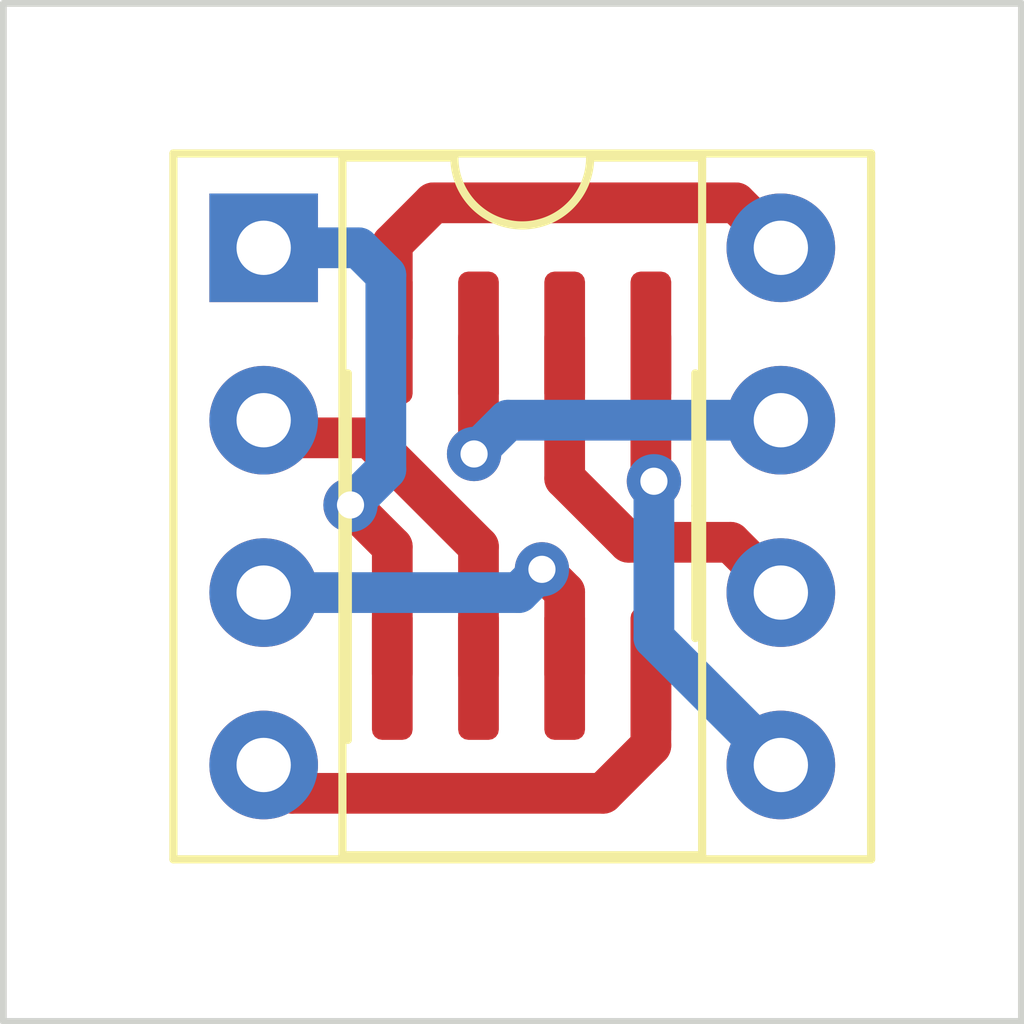
<source format=kicad_pcb>
(kicad_pcb (version 20221018) (generator pcbnew)
  (layers (0 "F.Cu" signal) (31 "B.Cu" signal) (34 "B.Paste" user) (35 "F.Paste" user) (36 "B.SilkS" user "B.Silkscreen") (37 "F.SilkS" user "F.Silkscreen") (38 "B.Mask" user) (39 "F.Mask" user) (44 "Edge.Cuts" user))
  (net 0 "")
  (net 1 "1")
  (net 2 "2")
  (net 3 "3")
  (net 4 "4")
  (net 5 "5")
  (net 6 "6")
  (net 7 "7")
  (net 8 "8")
  (footprint "Package_DIP:DIP-8_W7.62mm_Socket" (layer "F.Cu") (at 138.835 101.10125)
    (fp_text reference "U1" hide)
    (fp_text value "OPA2134" hide)
    (fp_line (start -1.33 -1.39) (end -1.33 9.01) (stroke (width 0.12)) (layer "F.SilkS"))
    (fp_line (start -1.33 9.01) (end 8.95 9.01) (stroke (width 0.12)) (layer "F.SilkS"))
    (fp_line (start 1.16 -1.33) (end 1.16 8.95) (stroke (width 0.12)) (layer "F.SilkS"))
    (fp_line (start 1.16 8.95) (end 6.46 8.95) (stroke (width 0.12)) (layer "F.SilkS"))
    (fp_line (start 2.81 -1.33) (end 1.16 -1.33) (stroke (width 0.12)) (layer "F.SilkS"))
    (fp_line (start 6.46 -1.33) (end 4.81 -1.33) (stroke (width 0.12)) (layer "F.SilkS"))
    (fp_line (start 6.46 8.95) (end 6.46 -1.33) (stroke (width 0.12)) (layer "F.SilkS"))
    (fp_line (start 8.95 -1.39) (end -1.33 -1.39) (stroke (width 0.12)) (layer "F.SilkS"))
    (fp_line (start 8.95 9.01) (end 8.95 -1.39) (stroke (width 0.12)) (layer "F.SilkS"))
    (fp_arc (start 4.81 -1.33) (mid 3.81 -0.33) (end 2.81 -1.33) (stroke (width 0.12)) (layer "F.SilkS"))
    (pad "1" thru_hole rect (at 0 0) (size 1.6 1.6) (drill 0.8) (layers "*.Cu" "*.Mask") (net 1 "1"))
    (pad "2" thru_hole oval (at 0 2.54) (size 1.6 1.6) (drill 0.8) (layers "*.Cu" "*.Mask") (net 2 "2"))
    (pad "3" thru_hole oval (at 0 5.08) (size 1.6 1.6) (drill 0.8) (layers "*.Cu" "*.Mask") (net 3 "3"))
    (pad "4" thru_hole oval (at 0 7.62) (size 1.6 1.6) (drill 0.8) (layers "*.Cu" "*.Mask") (net 4 "4"))
    (pad "5" thru_hole oval (at 7.62 7.62) (size 1.6 1.6) (drill 0.8) (layers "*.Cu" "*.Mask") (net 5 "5"))
    (pad "6" thru_hole oval (at 7.62 5.08) (size 1.6 1.6) (drill 0.8) (layers "*.Cu" "*.Mask") (net 6 "6"))
    (pad "7" thru_hole oval (at 7.62 2.54) (size 1.6 1.6) (drill 0.8) (layers "*.Cu" "*.Mask") (net 7 "7"))
    (pad "8" thru_hole oval (at 7.62 0) (size 1.6 1.6) (drill 0.8) (layers "*.Cu" "*.Mask") (net 8 "8"))
  )
  (footprint "Package_SO:SOIC-8_3.9x4.9mm_P1.27mm" (layer "F.Cu") (at 142.635 104.90125 90)
    (fp_text reference "U2" hide)
    (fp_text value "OPA2134")
    (fp_line (start 0 -2.56) (end -3.45 -2.56) (stroke (width 0.12)) (layer "F.SilkS"))
    (fp_line (start 0 -2.56) (end 1.95 -2.56) (stroke (width 0.12)) (layer "F.SilkS"))
    (fp_line (start 0 2.56) (end -1.95 2.56) (stroke (width 0.12)) (layer "F.SilkS"))
    (fp_line (start 0 2.56) (end 1.95 2.56) (stroke (width 0.12)) (layer "F.SilkS"))
    (pad "1" smd roundrect (at -2.475 -1.905 90) (size 1.95 0.6) (layers "F.Cu" "F.Paste" "F.Mask") (net 1 "1"))
    (pad "2" smd roundrect (at -2.475 -0.635 90) (size 1.95 0.6) (layers "F.Cu" "F.Paste" "F.Mask") (net 2 "2"))
    (pad "3" smd roundrect (at -2.475 0.635 90) (size 1.95 0.6) (layers "F.Cu" "F.Paste" "F.Mask") (net 3 "3"))
    (pad "4" smd roundrect (at -2.475 1.905 90) (size 1.95 0.6) (layers "F.Cu" "F.Paste" "F.Mask") (net 4 "4"))
    (pad "5" smd roundrect (at 2.475 1.905 90) (size 1.95 0.6) (layers "F.Cu" "F.Paste" "F.Mask") (net 5 "5"))
    (pad "6" smd roundrect (at 2.475 0.635 90) (size 1.95 0.6) (layers "F.Cu" "F.Paste" "F.Mask") (net 6 "6"))
    (pad "7" smd roundrect (at 2.475 -0.635 90) (size 1.95 0.6) (layers "F.Cu" "F.Paste" "F.Mask") (net 7 "7"))
    (pad "8" smd roundrect (at 2.475 -1.905 90) (size 1.95 0.6) (layers "F.Cu" "F.Paste" "F.Mask") (net 8 "8"))
  )
  (gr_line (start 135 97.5) (end 135 112.5) (stroke (width 0.1)) (layer "Edge.Cuts"))
  (gr_line (start 135 112.5) (end 150 112.5) (stroke (width 0.1)) (layer "Edge.Cuts"))
  (gr_line (start 150 112.5) (end 150 97.5) (stroke (width 0.1)) (layer "Edge.Cuts"))
  (gr_line (start 150 97.5) (end 135 97.5) (stroke (width 0.1)) (layer "Edge.Cuts"))
  (segment (start 140.73 107.37625) (end 140.73 105.505835) (width 0.6) (layer "F.Cu") (net 1))
  (segment (start 140.73 105.505835) (end 140.114443 104.890278) (width 0.6) (layer "F.Cu") (net 1))
  (via (at 140.114443 104.890278) (size 0.8) (drill 0.4) (layers "F.Cu" "B.Cu") (net 1))
  (segment (start 140.635 104.369721) (end 140.114443 104.890278) (width 0.6) (layer "B.Cu") (net 1))
  (segment (start 140.635 101.50125) (end 140.635 104.369721) (width 0.6) (layer "B.Cu") (net 1))
  (segment (start 138.835 101.10125) (end 140.235 101.10125) (width 0.6) (layer "B.Cu") (net 1))
  (segment (start 140.235 101.10125) (end 140.635 101.50125) (width 0.6) (layer "B.Cu") (net 1))
  (segment (start 139.095 103.90125) (end 138.835 103.64125) (width 0.6) (layer "F.Cu") (net 2))
  (segment (start 142 105.503749) (end 140.397501 103.90125) (width 0.6) (layer "F.Cu") (net 2))
  (segment (start 142 107.37625) (end 142 105.503749) (width 0.6) (layer "F.Cu") (net 2))
  (segment (start 140.397501 103.90125) (end 139.095 103.90125) (width 0.6) (layer "F.Cu") (net 2))
  (segment (start 143.27 106.173749) (end 142.935 105.838749) (width 0.6) (layer "F.Cu") (net 3))
  (segment (start 143.27 107.37625) (end 143.27 106.173749) (width 0.6) (layer "F.Cu") (net 3))
  (via (at 142.935 105.838749) (size 0.8) (drill 0.4) (layers "F.Cu" "B.Cu") (net 3))
  (segment (start 142.592499 106.18125) (end 138.835 106.18125) (width 0.6) (layer "B.Cu") (net 3))
  (segment (start 142.935 105.838749) (end 142.592499 106.18125) (width 0.6) (layer "B.Cu") (net 3))
  (segment (start 143.835 109.138749) (end 139.252499 109.138749) (width 0.6) (layer "F.Cu") (net 4))
  (segment (start 139.252499 109.138749) (end 138.835 108.72125) (width 0.6) (layer "F.Cu") (net 4))
  (segment (start 144.54 108.433749) (end 143.835 109.138749) (width 0.6) (layer "F.Cu") (net 4))
  (segment (start 144.54 107.37625) (end 144.54 108.433749) (width 0.6) (layer "F.Cu") (net 4))
  (segment (start 144.54 104.495816) (end 144.584934 104.54075) (width 0.6) (layer "F.Cu") (net 5))
  (segment (start 144.54 102.42625) (end 144.54 104.495816) (width 0.6) (layer "F.Cu") (net 5))
  (via (at 144.584934 104.54075) (size 0.8) (drill 0.4) (layers "F.Cu" "B.Cu") (net 5))
  (segment (start 146.455 108.72125) (end 144.584934 106.851184) (width 0.6) (layer "B.Cu") (net 5))
  (segment (start 144.584934 106.851184) (end 144.584934 104.54075) (width 0.6) (layer "B.Cu") (net 5))
  (segment (start 143.27 104.497902) (end 144.212348 105.44025) (width 0.6) (layer "F.Cu") (net 6))
  (segment (start 145.714 105.44025) (end 146.455 106.18125) (width 0.6) (layer "F.Cu") (net 6))
  (segment (start 144.212348 105.44025) (end 145.714 105.44025) (width 0.6) (layer "F.Cu") (net 6))
  (segment (start 143.27 102.42625) (end 143.27 104.497902) (width 0.6) (layer "F.Cu") (net 6))
  (segment (start 142 104.073749) (end 141.935 104.138749) (width 0.6) (layer "F.Cu") (net 7))
  (segment (start 142 102.42625) (end 142 104.073749) (width 0.6) (layer "F.Cu") (net 7))
  (via (at 141.935 104.138749) (size 0.8) (drill 0.4) (layers "F.Cu" "B.Cu") (net 7))
  (segment (start 146.455 103.64125) (end 142.432499 103.64125) (width 0.6) (layer "B.Cu") (net 7))
  (segment (start 142.432499 103.64125) (end 141.935 104.138749) (width 0.6) (layer "B.Cu") (net 7))
  (segment (start 140.73 102.42625) (end 140.73 101.043749) (width 0.6) (layer "F.Cu") (net 8))
  (segment (start 145.792499 100.438749) (end 146.455 101.10125) (width 0.6) (layer "F.Cu") (net 8))
  (segment (start 140.73 101.043749) (end 141.335 100.438749) (width 0.6) (layer "F.Cu") (net 8))
  (segment (start 141.335 100.438749) (end 145.792499 100.438749) (width 0.6) (layer "F.Cu") (net 8))
)
</source>
